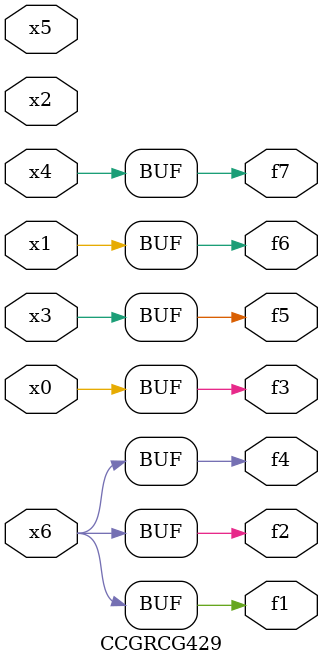
<source format=v>
module CCGRCG429(
	input x0, x1, x2, x3, x4, x5, x6,
	output f1, f2, f3, f4, f5, f6, f7
);
	assign f1 = x6;
	assign f2 = x6;
	assign f3 = x0;
	assign f4 = x6;
	assign f5 = x3;
	assign f6 = x1;
	assign f7 = x4;
endmodule

</source>
